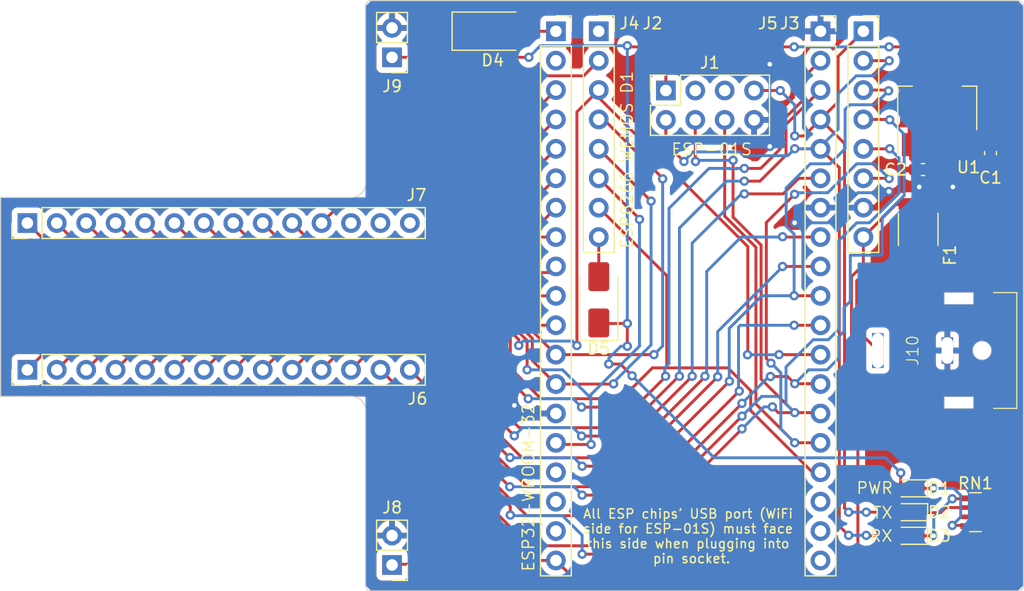
<source format=kicad_pcb>
(kicad_pcb (version 20221018) (generator pcbnew)
  (title_block (title "ESP Breadboard Expander") (date "2023-12-15") (rev "v1.0") (company "BroTech Industries, LLC"))
  (layers (0 "F.Cu" signal) (31 "B.Cu" signal) (34 "B.Paste" user) (35 "F.Paste" user) (36 "B.SilkS" user "B.Silkscreen") (37 "F.SilkS" user "F.Silkscreen") (38 "B.Mask" user) (39 "F.Mask" user) (44 "Edge.Cuts" user))
  (net 0 "")
  (net 1 "+5V")
  (net 2 "GND")
  (net 3 "+3.3V")
  (net 4 "Net-(D1-K)")
  (net 5 "Net-(D2-K)")
  (net 6 "/TX")
  (net 7 "Net-(D3-K)")
  (net 8 "/RX")
  (net 9 "Net-(D4-A)")
  (net 10 "Net-(D5-A)")
  (net 11 "Net-(F1-Pad1)")
  (net 12 "/IO0")
  (net 13 "/IO2")
  (net 15 "/ADC0")
  (net 16 "/IO16")
  (net 17 "/IO14")
  (net 18 "/IO12")
  (net 19 "/IO13")
  (net 20 "/IO15")
  (net 21 "/IO5")
  (net 22 "/IO4")
  (net 24 "/IO36")
  (net 25 "/IO39")
  (net 26 "/IO34")
  (net 27 "/IO35")
  (net 28 "/IO32")
  (net 29 "/IO33")
  (net 30 "/IO25")
  (net 31 "/IO26")
  (net 32 "/IO27")
  (net 36 "/IO23")
  (net 37 "/IO22")
  (net 38 "/IO21")
  (net 39 "/IO19")
  (net 40 "/IO18")
  (net 41 "/IO17")
  (footprint "LED_SMD:LED_0603_1608Metric" (layer "F.Cu") (at 118.5375 87.2 180)
    (fp_text reference "D2")
    (fp_text value "Green" hide)
  )
  (footprint "Adam_Custom_Footprints:PinHeader_1x14_P2.54mm_Vertical_UpSideDown" (layer "F.Cu") (at 42.31 62.22 90)
    (fp_text reference "J7")
    (fp_text value "Conn_01x14_Pin" hide)
  )
  (footprint "Capacitor_SMD:C_0603_1608Metric" (layer "F.Cu") (at 125.45 56.175 -90)
    (fp_text reference "C1")
    (fp_text value "10uF" hide)
  )
  (footprint "Adam_Custom_Footprints:DC_Power_Jack_PJ-063BH" (layer "F.Cu") (at 110.7225 73.23 90)
    (fp_text reference "J10")
    (fp_text value "PJ-063BH")
    (fp_rect (start -4 13.25) (end -5 10.75) (stroke (width 0.05)) (fill none) (layer "Edge.Cuts"))
    (fp_rect (start 5 13.25) (end 4 10.75) (stroke (width 0.05)) (fill none) (layer "Edge.Cuts"))
    (fp_circle (center 0 14) (end -0.8 14) (stroke (width 0.05)) (fill none) (layer "Edge.Cuts"))
  )
  (footprint "Diode_SMD:D_SMA" (layer "F.Cu") (at 91.635 68.85 90)
    (fp_text reference "D5")
    (fp_text value "D_Small" hide)
  )
  (footprint "LED_SMD:LED_0603_1608Metric" (layer "F.Cu") (at 118.5375 85.14 180)
    (fp_text reference "D1")
    (fp_text value "Red" hide)
  )
  (footprint "LED_SMD:LED_0603_1608Metric" (layer "F.Cu") (at 118.5375 89.24 180)
    (fp_text reference "D3")
    (fp_text value "Blue" hide)
  )
  (footprint "Connector_PinSocket_2.54mm:PinSocket_1x08_P2.54mm_Vertical" (layer "F.Cu") (at 114.475 45.65)
    (fp_text reference "J3")
    (fp_text value "Conn_01x08_Socket" hide)
  )
  (footprint "Adam_Custom_Footprints:PinHeader_1x02_P2.54mm_Vertical_UpSideDown" (layer "F.Cu") (at 73.79 91.76 180)
    (fp_text reference "J8")
    (fp_text value "Conn_01x02_Pin" hide)
  )
  (footprint "Connector_PinSocket_2.54mm:PinSocket_2x04_P2.54mm_Vertical" (layer "F.Cu") (at 97.425 50.77 90)
    (fp_text reference "J1")
    (fp_text value "Conn_02x04_Odd_Even" hide)
  )
  (footprint "Connector_PinSocket_2.54mm:PinSocket_1x19_P2.54mm_Vertical" (layer "F.Cu") (at 87.935 45.65)
    (fp_text reference "J4")
    (fp_text value "Conn_01x19_Socket" hide)
  )
  (footprint "Adam_Custom_Footprints:Fuse_1812_4532Metric" (layer "F.Cu") (at 119.21 62.7625 90)
    (fp_text reference "F1")
    (fp_text value "Polyfuse 30V 1A" hide)
  )
  (footprint "Connector_PinSocket_2.54mm:PinSocket_1x19_P2.54mm_Vertical" (layer "F.Cu") (at 110.775 45.65)
    (fp_text reference "J5")
    (fp_text value "Conn_01x19_Socket" hide)
  )
  (footprint "Resistor_SMD:R_Array_Convex_4x0603" (layer "F.Cu") (at 124.15 87.2 180)
    (fp_text reference "RN1")
    (fp_text value "1K (4x)" hide)
  )
  (footprint "Connector_PinSocket_2.54mm:PinSocket_1x08_P2.54mm_Vertical" (layer "F.Cu") (at 91.635 45.65)
    (fp_text reference "J2")
    (fp_text value "Conn_01x08_Socket" hide)
  )
  (footprint "Adam_Custom_Footprints:PinHeader_1x14_P2.54mm_Vertical_UpSideDown" (layer "F.Cu") (at 42.31 74.9 90)
    (fp_text reference "J6")
    (fp_text value "Conn_01x14_Pin" hide)
  )
  (footprint "Diode_SMD:D_SMA" (layer "F.Cu") (at 82.485 45.64)
    (fp_text reference "D4")
    (fp_text value "D_Small" hide)
  )
  (footprint "Package_TO_SOT_SMD:SOT-223-3_TabPin2" (layer "F.Cu") (at 120.85 52.3 90)
    (fp_text reference "U1")
    (fp_text value "AMS1117-3.3" hide)
  )
  (footprint "Capacitor_SMD:C_0603_1608Metric" (layer "F.Cu") (at 119.625 57.6 180)
    (fp_text reference "C2")
    (fp_text value "10uF" hide)
  )
  (footprint "Adam_Custom_Footprints:PinHeader_1x02_P2.54mm_Vertical_UpSideDown" (layer "F.Cu") (at 73.79 47.9 180)
    (fp_text reference "J9")
    (fp_text value "Conn_01x02_Pin" hide)
  )
  (gr_line (start 70.3 77.2) (end 40 77.2) (stroke (width 0.1)) (layer "Edge.Cuts"))
  (gr_arc (start 70.3 77.2) (mid 71.148528 77.551472) (end 71.5 78.4) (stroke (width 0.1)) (layer "Edge.Cuts"))
  (gr_line (start 70.3 60) (end 40 60) (stroke (width 0.1)) (layer "Edge.Cuts"))
  (gr_line (start 128.3 93.5) (end 128.3 43.5) (stroke (width 0.1)) (layer "Edge.Cuts"))
  (gr_line (start 71.5 78.4) (end 71.5 93.5) (stroke (width 0.1)) (layer "Edge.Cuts"))
  (gr_line (start 71.5 43.5) (end 71.5 58.8) (stroke (width 0.1)) (layer "Edge.Cuts"))
  (gr_arc (start 71.5 43.5) (mid 71.646447 43.146447) (end 72 43) (stroke (width 0.1)) (layer "Edge.Cuts"))
  (gr_line (start 72 43) (end 127.8 43) (stroke (width 0.1)) (layer "Edge.Cuts"))
  (gr_arc (start 71.5 58.8) (mid 71.148528 59.648528) (end 70.3 60) (stroke (width 0.1)) (layer "Edge.Cuts"))
  (gr_arc (start 127.8 43) (mid 128.153553 43.146447) (end 128.3 43.5) (stroke (width 0.1)) (layer "Edge.Cuts"))
  (gr_arc (start 128.3 93.5) (mid 128.153553 93.853553) (end 127.8 94) (stroke (width 0.1)) (layer "Edge.Cuts"))
  (gr_line (start 40 60) (end 40 77.2) (stroke (width 0.1)) (layer "Edge.Cuts"))
  (gr_arc (start 72 94) (mid 71.646447 93.853553) (end 71.5 93.5) (stroke (width 0.1)) (layer "Edge.Cuts"))
  (gr_line (start 72 94) (end 127.8 94) (stroke (width 0.1)) (layer "Edge.Cuts"))
  (gr_text "ESP-01S" (at 97.825 56.44) (layer "F.SilkS") (effects (font (size 1 1) (thickness 0.125)) (justify left bottom)))
  (gr_text "TX" (at 115.2 87.83) (layer "F.SilkS") (effects (font (size 1 1) (thickness 0.125)) (justify left bottom)))
  (gr_text "RX" (at 114.95 89.84) (layer "F.SilkS") (effects (font (size 1 1) (thickness 0.125)) (justify left bottom)))
  (gr_text "PWR" (at 113.8 85.7) (layer "F.SilkS") (effects (font (size 1 1) (thickness 0.125)) (justify left bottom)))
  (gr_text "ESP8266 WEMOS D1" (at 94.65 64.5 90) (layer "F.SilkS") (effects (font (size 1 1) (thickness 0.125)) (justify left bottom)))
  (gr_text "ESP32-WROOM-32" (at 86.15 92.4 90) (layer "F.SilkS") (effects (font (size 1 1) (thickness 0.125)) (justify left bottom)))
  (gr_text "All ESP chips' USB port (WiFi \nside for ESP-01S) must face \nthis side when plugging into \npin socket." (at 99.65 91.67) (layer "F.SilkS") (effects (font (size 0.8 0.8) (thickness 0.125)) (justify bottom)))
  (segment (start 89.965 93.4) (end 87.935 91.37) (width 0.25) (layer "F.Cu") (net 1))
  (segment (start 114 91.5) (end 112.1 93.4) (width 0.25) (layer "F.Cu") (net 1))
  (segment (start 114 72.375386) (end 114 91.5) (width 0.25) (layer "F.Cu") (net 1))
  (segment (start 113.45 66.85) (end 113.45 71.825386) (width 0.25) (layer "F.Cu") (net 1))
  (segment (start 123.15 56.685) (end 123.15 55.45) (width 0.25) (layer "F.Cu") (net 1))
  (segment (start 125.4 55.45) (end 125.45 55.5) (width 0.25) (layer "F.Cu") (net 1))
  (segment (start 123.15 55.45) (end 125.4 55.45) (width 0.25) (layer "F.Cu") (net 1))
  (segment (start 112.1 93.4) (end 89.965 93.4) (width 0.25) (layer "F.Cu") (net 1))
  (segment (start 114.475 63.43) (end 117.28 60.625) (width 0.25) (layer "F.Cu") (net 1))
  (segment (start 73.85 91.7) (end 73.79 91.76) (width 0.25) (layer "F.Cu") (net 1))
  (segment (start 86.03 91.37) (end 85.7 91.7) (width 0.25) (layer "F.Cu") (net 1))
  (segment (start 114.475 63.43) (end 114.475 65.825) (width 0.25) (layer "F.Cu") (net 1))
  (segment (start 117.28 60.625) (end 119.21 60.625) (width 0.25) (layer "F.Cu") (net 1))
  (segment (start 114.475 65.825) (end 113.45 66.85) (width 0.25) (layer "F.Cu") (net 1))
  (segment (start 119.21 60.625) (end 123.15 56.685) (width 0.25) (layer "F.Cu") (net 1))
  (segment (start 125.4 55.45) (end 125.45 55.4) (width 0.25) (layer "F.Cu") (net 1))
  (segment (start 113.45 71.825386) (end 114 72.375386) (width 0.25) (layer "F.Cu") (net 1))
  (segment (start 87.935 91.37) (end 86.03 91.37) (width 0.25) (layer "F.Cu") (net 1))
  (segment (start 85.7 91.7) (end 73.85 91.7) (width 0.25) (layer "F.Cu") (net 1))
  (segment (start 118.55 56.675) (end 118.85 56.975) (width 0.25) (layer "F.Cu") (net 2))
  (segment (start 84.35 77.97) (end 85.05 78.67) (width 0.25) (layer "F.Cu") (net 2))
  (segment (start 116.687701 59.512299) (end 116.687701 59.487701) (width 0.25) (layer "F.Cu") (net 2))
  (segment (start 108.543351 62.193448) (end 108.543351 61.456649) (width 0.25) (layer "F.Cu") (net 2))
  (segment (start 118.85 56.975) (end 118.85 57.6) (width 0.25) (layer "F.Cu") (net 2))
  (segment (start 118.85 58.55) (end 118.85 58.65) (width 0.25) (layer "F.Cu") (net 2))
  (segment (start 118.55 55.45) (end 118.55 56.675) (width 0.25) (layer "F.Cu") (net 2))
  (segment (start 85.05 78.67) (end 87.935 78.67) (width 0.25) (layer "F.Cu") (net 2))
  (segment (start 114.475 60.89) (end 115.31 60.89) (width 0.25) (layer "F.Cu") (net 2))
  (segment (start 115.31 60.89) (end 116.687701 59.512299) (width 0.25) (layer "F.Cu") (net 2))
  (segment (start 118.85 58.65) (end 119.3 59.1) (width 0.25) (layer "F.Cu") (net 2))
  (segment (start 108.543351 61.456649) (end 109.11 60.89) (width 0.25) (layer "F.Cu") (net 2))
  (segment (start 109.11 60.89) (end 110.775 60.89) (width 0.25) (layer "F.Cu") (net 2))
  (segment (start 118.85 58.65) (end 118.012299 59.487701) (width 0.25) (layer "F.Cu") (net 2))
  (segment (start 118.012299 59.487701) (end 116.687701 59.487701) (width 0.25) (layer "F.Cu") (net 2))
  (segment (start 118.85 57.6) (end 118.85 58.55) (width 0.25) (layer "F.Cu") (net 2))
  (via (at 122.2 59.1) (size 0.8) (drill 0.4) (layers "F.Cu" "B.Cu") (net 2))
  (via (at 119.3 59.1) (size 0.8) (drill 0.4) (layers "F.Cu" "B.Cu") (net 2))
  (via (at 106.4 48.5) (size 0.8) (drill 0.4) (layers "F.Cu" "B.Cu") (net 2))
  (via (at 116.687701 59.487701) (size 0.8) (drill 0.4) (layers "F.Cu" "B.Cu") (net 2))
  (via (at 84.35 77.97) (size 0.8) (drill 0.4) (layers "F.Cu" "B.Cu") (net 2))
  (via (at 108.543351 62.193448) (size 0.8) (drill 0.4) (layers "F.Cu" "B.Cu") (net 2))
  (via (at 106.4 55.6) (size 0.8) (drill 0.4) (layers "F.Cu" "B.Cu") (net 2))
  (segment (start 111.4 62.2) (end 108.549903 62.2) (width 0.25) (layer "B.Cu") (net 2))
  (segment (start 119.3 59.1) (end 122.2 59.1) (width 0.25) (layer "B.Cu") (net 2))
  (segment (start 116.687701 59.487701) (end 116.575402 59.6) (width 0.25) (layer "B.Cu") (net 2))
  (segment (start 116.575402 59.6) (end 114 59.6) (width 0.25) (layer "B.Cu") (net 2))
  (segment (start 114 59.6) (end 111.4 62.2) (width 0.25) (layer "B.Cu") (net 2))
  (segment (start 108.549903 62.2) (end 108.543351 62.193448) (width 0.25) (layer "B.Cu") (net 2))
  (segment (start 106.4 55.6) (end 106.4 48.5) (width 0.25) (layer "B.Cu") (net 2))
  (segment (start 97.425 49.09) (end 97.425 47) (width 0.25) (layer "F.Cu") (net 3))
  (segment (start 93.5 74.4) (end 94.512299 75.412299) (width 0.25) (layer "F.Cu") (net 3))
  (segment (start 120.85 47.75) (end 120.85 49.15) (width 0.25) (layer "F.Cu") (net 3))
  (segment (start 92.5 74.4) (end 93.5 74.4) (width 0.25) (layer "F.Cu") (net 3))
  (segment (start 120.85 56.55) (end 120.85 55.45) (width 0.25) (layer "F.Cu") (net 3))
  (segment (start 78.2 47.9) (end 80.46 45.64) (width 0.25) (layer "F.Cu") (net 3))
  (segment (start 80.46 45.64) (end 80.485 45.64) (width 0.25) (layer "F.Cu") (net 3))
  (segment (start 117.7 83.8) (end 117.7 85.09) (width 0.25) (layer "F.Cu") (net 3))
  (segment (start 85.6 47.9) (end 82.745 47.9) (width 0.25) (layer "F.Cu") (net 3))
  (segment (start 120.4 57) (end 120.85 56.55) (width 0.25) (layer "F.Cu") (net 3))
  (segment (start 120.4 57.6) (end 120.4 57) (width 0.25) (layer "F.Cu") (net 3))
  (segment (start 108.5 47) (end 97.425 47) (width 0.25) (layer "F.Cu") (net 3))
  (segment (start 94.2 47) (end 97.425 47) (width 0.25) (layer "F.Cu") (net 3))
  (segment (start 94.1 70.9) (end 94.1 72.8655) (width 0.25) (layer "F.Cu") (net 3))
  (segment (start 91.685 70.9) (end 91.635 70.85) (width 0.25) (layer "F.Cu") (net 3))
  (segment (start 117.7 85.09) (end 117.75 85.14) (width 0.25) (layer "F.Cu") (net 3))
  (segment (start 97.425 47.6) (end 97.425 49.09) (width 0.25) (layer "F.Cu") (net 3))
  (segment (start 120.1 47) (end 116.7 47) (width 0.25) (layer "F.Cu") (net 3))
  (segment (start 120.85 47.75) (end 120.1 47) (width 0.25) (layer "F.Cu") (net 3))
  (segment (start 73.79 47.9) (end 78.2 47.9) (width 0.25) (layer "F.Cu") (net 3))
  (segment (start 94.1 46.9) (end 94.2 47) (width 0.25) (layer "F.Cu") (net 3))
  (segment (start 82.745 47.9) (end 80.485 45.64) (width 0.25) (layer "F.Cu") (net 3))
  (segment (start 120.85 55.45) (end 120.85 49.15) (width 0.25) (layer "F.Cu") (net 3))
  (segment (start 97.425 47.6) (end 97.425 47.575) (width 0.25) (layer "F.Cu") (net 3))
  (segment (start 97.425 49.09) (end 97.425 50.77) (width 0.25) (layer "F.Cu") (net 3))
  (segment (start 94.1 70.9) (end 91.685 70.9) (width 0.25) (layer "F.Cu") (net 3))
  (via (at 117.7 83.8) (size 0.8) (drill 0.4) (layers "F.Cu" "B.Cu") (net 3))
  (via (at 94.512299 75.412299) (size 0.8) (drill 0.4) (layers "F.Cu" "B.Cu") (net 3))
  (via (at 85.6 47.9) (size 0.8) (drill 0.4) (layers "F.Cu" "B.Cu") (net 3))
  (via (at 94.1 46.9) (size 0.8) (drill 0.4) (layers "F.Cu" "B.Cu") (net 3))
  (via (at 116.7 47) (size 0.8) (drill 0.4) (layers "F.Cu" "B.Cu") (net 3))
  (via (at 92.5 74.4) (size 0.8) (drill 0.4) (layers "F.Cu" "B.Cu") (net 3))
  (via (at 94.1 70.9) (size 0.8) (drill 0.4) (layers "F.Cu" "B.Cu") (net 3))
  (via (at 94.1 72.8655) (size 0.8) (drill 0.4) (layers "F.Cu" "B.Cu") (net 3))
  (via (at 108.5 47) (size 0.8) (drill 0.4) (layers "F.Cu" "B.Cu") (net 3))
  (segment (start 116.4 82.5) (end 117.7 83.8) (width 0.25) (layer "B.Cu") (net 3))
  (segment (start 93.5345 72.8655) (end 94.1 72.8655) (width 0.25) (layer "B.Cu") (net 3))
  (segment (start 94.1 46.9) (end 86.6 46.9) (width 0.25) (layer "B.Cu") (net 3))
  (segment (start 94.1 46.9) (end 94.1 70.9) (width 0.25) (layer "B.Cu") (net 3))
  (segment (start 101.6 82.5) (end 116.4 82.5) (width 0.25) (layer "B.Cu") (net 3))
  (segment (start 116.7 47) (end 108.5 47) (width 0.25) (layer "B.Cu") (net 3))
  (segment (start 92.5 74.4) (end 92.5 73.9) (width 0.25) (layer "B.Cu") (net 3))
  (segment (start 92.5 73.9) (end 93.5345 72.8655) (width 0.25) (layer "B.Cu") (net 3))
  (segment (start 86.6 46.9) (end 85.6 47.9) (width 0.25) (layer "B.Cu") (net 3))
  (segment (start 94.512299 75.412299) (end 101.6 82.5) (width 0.25) (layer "B.Cu") (net 3))
  (segment (start 123.19 88.34) (end 123.25 88.4) (width 0.25) (layer "F.Cu") (net 4))
  (segment (start 122.15 88.34) (end 123.19 88.34) (width 0.25) (layer "F.Cu") (net 4))
  (segment (start 119.325 85.14) (end 120.55 85.14) (width 0.25) (layer "F.Cu") (net 4))
  (via (at 120.55 85.14) (size 0.8) (drill 0.4) (layers "F.Cu" "B.Cu") (net 4))
  (via (at 122.15 88.34) (size 0.8) (drill 0.4) (layers "F.Cu" "B.Cu") (net 4))
  (segment (start 122.875 87.615) (end 122.15 88.34) (width 0.25) (layer "B.Cu") (net 4))
  (segment (start 122.275305 85.14) (end 122.875 85.739695) (width 0.25) (layer "B.Cu") (net 4))
  (segment (start 122.875 85.739695) (end 122.875 87.615) (width 0.25) (layer "B.Cu") (net 4))
  (segment (start 120.55 85.14) (end 122.275305 85.14) (width 0.25) (layer "B.Cu") (net 4))
  (segment (start 121.59 86.8) (end 123.25 86.8) (width 0.25) (layer "F.Cu") (net 5))
  (segment (start 119.325 87.2) (end 119.365 87.24) (width 0.25) (layer "F.Cu") (net 5))
  (segment (start 119.365 87.24) (end 121.15 87.24) (width 0.25) (layer "F.Cu") (net 5))
  (segment (start 121.15 87.24) (end 121.59 86.8) (width 0.25) (layer "F.Cu") (net 5))
  (segment (start 112.85 55.345) (end 110.775 53.27) (width 0.25) (layer "F.Cu") (net 6))
  (segment (start 109.345 54.7) (end 110.775 53.27) (width 0.25) (layer "F.Cu") (net 6))
  (segment (start 114.7245 87.2) (end 117.75 87.2) (width 0.25) (layer "F.Cu") (net 6))
  (segment (start 114.475 45.65) (end 112.3 47.825) (width 0.25) (layer "F.Cu") (net 6))
  (segment (start 112.3 51.745) (end 110.775 53.27) (width 0.25) (layer "F.Cu") (net 6))
  (segment (start 107.3 50.77) (end 105.045 50.77) (width 0.25) (layer "F.Cu") (net 6))
  (segment (start 113.2 87.2) (end 112.85 86.85) (width 0.25) (layer "F.Cu") (net 6))
  (segment (start 108.55 54.7) (end 109.345 54.7) (width 0.25) (layer "F.Cu") (net 6))
  (segment (start 112.3 47.825) (end 112.3 51.745) (width 0.25) (layer "F.Cu") (net 6))
  (segment (start 112.85 86.85) (end 112.85 55.345) (width 0.25) (layer "F.Cu") (net 6))
  (via (at 107.3 50.77) (size 0.8) (drill 0.4) (layers "F.Cu" "B.Cu") (net 6))
  (via (at 114.7245 87.2) (size 0.8) (drill 0.4) (layers "F.Cu" "B.Cu") (net 6))
  (via (at 108.55 54.7) (size 0.8) (drill 0.4) (layers "F.Cu" "B.Cu") (net 6))
  (via (at 113.2 87.2) (size 0.8) (drill 0.4) (layers "F.Cu" "B.Cu") (net 6))
  (segment (start 108.55 52.02) (end 107.3 50.77) (width 0.25) (layer "B.Cu") (net 6))
  (segment (start 108.55 54.7) (end 108.55 52.02) (width 0.25) (layer "B.Cu") (net 6))
  (segment (start 113.2 87.2) (end 114.7245 87.2) (width 0.25) (layer "B.Cu") (net 6))
  (segment (start 122.15 86.04) (end 123.21 86.04) (width 0.25) (layer "F.Cu") (net 7))
  (segment (start 119.325 89.24) (end 120.55 89.24) (width 0.25) (layer "F.Cu") (net 7))
  (segment (start 123.21 86.04) (end 123.25 86) (width 0.25) (layer "F.Cu") (net 7))
  (via (at 122.15 86.04) (size 0.8) (drill 0.4) (layers "F.Cu" "B.Cu") (net 7))
  (via (at 120.55 89.24) (size 0.8) (drill 0.4) (layers "F.Cu" "B.Cu") (net 7))
  (segment (start 120.55 87.64) (end 122.15 86.04) (width 0.25) (layer "B.Cu") (net 7))
  (segment (start 120.55 89.24) (end 120.55 87.64) (width 0.25) (layer "B.Cu") (net 7))
  (segment (start 112.4 88.4) (end 112.4 57.435) (width 0.25) (layer "F.Cu") (net 8))
  (segment (start 98.987796 56.9) (end 97.425 55.337204) (width 0.25) (layer "F.Cu") (net 8))
  (segment (start 116.69 48.19) (end 116.7 48.2) (width 0.25) (layer "F.Cu") (net 8))
  (segment (start 108.55 55.8) (end 108.56 55.81) (width 0.25) (layer "F.Cu") (net 8))
  (segment (start 108.56 55.81) (end 110.775 55.81) (width 0.25) (layer "F.Cu") (net 8))
  (segment (start 112.4 57.435) (end 110.775 55.81) (width 0.25) (layer "F.Cu") (net 8))
  (segment (start 114.7645 89.24) (end 117.75 89.24) (width 0.25) (layer "F.Cu") (net 8))
  (segment (start 97.425 55.337204) (end 97.425 53.31) (width 0.25) (layer "F.Cu") (net 8))
  (segment (start 113.2 89.2) (end 112.4 88.4) (width 0.25) (layer "F.Cu") (net 8))
  (segment (start 114.475 48.19) (end 116.69 48.19) (width 0.25) (layer "F.Cu") (net 8))
  (segment (start 114.7245 89.2) (end 114.7645 89.24) (width 0.25) (layer "F.Cu") (net 8))
  (via (at 98.987796 56.9) (size 0.8) (drill 0.4) (layers "F.Cu" "B.Cu") (net 8))
  (via (at 116.7 48.2) (size 0.8) (drill 0.4) (layers "F.Cu" "B.Cu") (net 8))
  (via (at 114.7245 89.2) (size 0.8) (drill 0.4) (layers "F.Cu" "B.Cu") (net 8))
  (via (at 113.2 89.2) (size 0.8) (drill 0.4) (layers "F.Cu" "B.Cu") (net 8))
  (via (at 108.55 55.8) (size 0.8) (drill 0.4) (layers "F.Cu" "B.Cu") (net 8))
  (segment (start 112.3 51.056701) (end 112.3 54.1) (width 0.25) (layer "B.Cu") (net 8))
  (segment (start 104.125305 56.4) (end 107.95 56.4) (width 0.25) (layer "B.Cu") (net 8))
  (segment (start 113.856701 49.5) (end 112.3 51.056701) (width 0.25) (layer "B.Cu") (net 8))
  (segment (start 99.262299 56.599695) (end 99.786994 56.075) (width 0.25) (layer "B.Cu") (net 8))
  (segment (start 115.4 49.5) (end 113.856701 49.5) (width 0.25) (layer "B.Cu") (net 8))
  (segment (start 112.3 54.1) (end 110.6 55.8) (width 0.25) (layer "B.Cu") (net 8))
  (segment (start 98.987796 56.9) (end 99.262299 56.625497) (width 0.25) (layer "B.Cu") (net 8))
  (segment (start 113.2 89.2) (end 114.7245 89.2) (width 0.25) (layer "B.Cu") (net 8))
  (segment (start 99.786994 56.075) (end 103.800305 56.075) (width 0.25) (layer "B.Cu") (net 8))
  (segment (start 116.7 48.2) (end 115.4 49.5) (width 0.25) (layer "B.Cu") (net 8))
  (segment (start 99.262299 56.625497) (end 99.262299 56.599695) (width 0.25) (layer "B.Cu") (net 8))
  (segment (start 110.6 55.8) (end 108.55 55.8) (width 0.25) (layer "B.Cu") (net 8))
  (segment (start 103.800305 56.075) (end 104.125305 56.4) (width 0.25) (layer "B.Cu") (net 8))
  (segment (start 107.95 56.4) (end 108.55 55.8) (width 0.25) (layer "B.Cu") (net 8))
  (segment (start 87.935 45.65) (end 84.495 45.65) (width 0.25) (layer "F.Cu") (net 9))
  (segment (start 84.495 45.65) (end 84.485 45.64) (width 0.25) (layer "F.Cu") (net 9))
  (segment (start 91.635 63.43) (end 91.635 66.85) (width 0.25) (layer "F.Cu") (net 10))
  (segment (start 114.4 66.7) (end 113.9 67.2) (width 0.25) (layer "F.Cu") (net 11))
  (segment (start 113.9 67.2) (end 113.9 71.4075) (width 0.25) (layer "F.Cu") (net 11))
  (segment (start 119.21 64.9) (end 119.21 64.94) (width 0.25) (layer "F.Cu") (net 11))
  (segment (start 119.21 64.9) (end 119.21 65.99) (width 0.25) (layer "F.Cu") (net 11))
  (segment (start 115.49681 73.2358) (end 115.5993 73.2358) (width 0.25) (layer "F.Cu") (net 11))
  (segment (start 119.21 65.99) (end 118.5 66.7) (width 0.25) (layer "F.Cu") (net 11))
  (segment (start 113.9 71.4075) (end 115.7225 73.23) (width 0.25) (layer "F.Cu") (net 11))
  (segment (start 118.5 66.7) (end 114.4 66.7) (width 0.25) (layer "F.Cu") (net 11))
  (segment (start 103.229 61.706208) (end 105.65 64.127208) (width 0.25) (layer "F.Cu") (net 12))
  (segment (start 99.987299 56.9) (end 99.965 56.877701) (width 0.25) (layer "F.Cu") (net 12))
  (segment (start 110.805 78.7) (end 110.775 78.67) (width 0.25) (layer "F.Cu") (net 12))
  (segment (start 106.6255 78.1) (end 107.1255 78.6) (width 0.25) (layer "F.Cu") (net 12))
  (segment (start 79.9 82.611701) (end 79.9 78.05) (width 0.25) (layer "F.Cu") (net 12))
  (segment (start 99.965 56.877701) (end 99.965 53.31) (width 0.25) (layer "F.Cu") (net 12))
  (segment (start 110.705 78.6) (end 110.775 78.67) (width 0.25) (layer "F.Cu") (net 12))
  (segment (start 93.1755 90.8245) (end 90.2 90.8245) (width 0.25) (layer "F.Cu") (net 12))
  (segment (start 79.9 78.05) (end 78.35 76.5) (width 0.25) (layer "F.Cu") (net 12))
  (segment (start 116.74 55.81) (end 116.75 55.8) (width 0.25) (layer "F.Cu") (net 12))
  (segment (start 104 80) (end 93.1755 90.8245) (width 0.25) (layer "F.Cu") (net 12))
  (segment (start 107.1255 78.6) (end 108.55 78.6) (width 0.25) (layer "F.Cu") (net 12))
  (segment (start 83.999647 87.450353) (end 83.999647 86.711348) (width 0.25) (layer "F.Cu") (net 12))
  (segment (start 83.999647 86.711348) (end 79.9 82.611701) (width 0.25) (layer "F.Cu") (net 12))
  (segment (start 76.93 76.5) (end 75.33 74.9) (width 0.25) (layer "F.Cu") (net 12))
  (segment (start 78.35 76.5) (end 76.93 76.5) (width 0.25) (layer "F.Cu") (net 12))
  (segment (start 103.229 56.8) (end 103.229 61.706208) (width 0.25) (layer "F.Cu") (net 12))
  (segment (start 114.475 55.81) (end 116.74 55.81) (width 0.25) (layer "F.Cu") (net 12))
  (segment (start 105.65 64.127208) (end 105.65 75.7) (width 0.25) (layer "F.Cu") (net 12))
  (segment (start 108.55 78.6) (end 110.705 78.6) (width 0.25) (layer "F.Cu") (net 12))
  (segment (start 105.65 75.7) (end 108.55 78.6) (width 0.25) (layer "F.Cu") (net 12))
  (via (at 99.987299 56.9) (size 0.8) (drill 0.4) (layers "F.Cu" "B.Cu") (net 12))
  (via (at 90.2 90.8245) (size 0.8) (drill 0.4) (layers "F.Cu" "B.Cu") (net 12))
  (via (at 108.55 78.6) (size 0.8) (drill 0.4) (layers "F.Cu" "B.Cu") (net 12))
  (via (at 104 80) (size 0.8) (drill 0.4) (layers "F.Cu" "B.Cu") (net 12))
  (via (at 83.999647 87.450353) (size 0.8) (drill 0.4) (layers "F.Cu" "B.Cu") (net 12))
  (via (at 116.75 55.8) (size 0.8) (drill 0.4) (layers "F.Cu" "B.Cu") (net 12))
  (via (at 103.229 56.8) (size 0.8) (drill 0.4) (layers "F.Cu" "B.Cu") (net 12))
  (via (at 106.6255 78.1) (size 0.8) (drill 0.4) (layers "F.Cu" "B.Cu") (net 12))
  (segment (start 110.15 72.3) (end 107.8 74.65) (width 0.25) (layer "B.Cu") (net 12))
  (segment (start 88.5 87.5) (end 84.049294 87.5) (width 0.25) (layer "B.Cu") (net 12))
  (segment (start 107.8 74.65) (end 107.8 77.85) (width 0.25) (layer "B.Cu") (net 12))
  (segment (start 117.55 59.65) (end 115 62.2) (width 0.25) (layer "B.Cu") (net 12))
  (segment (start 99.987299 56.9) (end 100.087299 56.8) (width 0.25) (layer "B.Cu") (net 12))
  (segment (start 117.55 56.6) (end 117.55 59.65) (width 0.25) (layer "B.Cu") (net 12))
  (segment (start 112.35 63.75) (end 112.35 71.4) (width 0.25) (layer "B.Cu") (net 12))
  (segment (start 90.2 90.8245) (end 90.2 89.2) (width 0.25) (layer "B.Cu") (net 12))
  (segment (start 115 62.2) (end 113.9 62.2) (width 0.25) (layer "B.Cu") (net 12))
  (segment (start 104 80) (end 105.9 78.1) (width 0.25) (layer "B.Cu") (net 12))
  (segment (start 107.8 77.85) (end 108.55 78.6) (width 0.25) (layer "B.Cu") (net 12))
  (segment (start 105.9 78.1) (end 106.6255 78.1) (width 0.25) (layer "B.Cu") (net 12))
  (segment (start 100.087299 56.8) (end 103.229 56.8) (width 0.25) (layer "B.Cu") (net 12))
  (segment (start 111.45 72.3) (end 110.15 72.3) (width 0.25) (layer "B.Cu") (net 12))
  (segment (start 112.35 71.4) (end 111.45 72.3) (width 0.25) (layer "B.Cu") (net 12))
  (segment (start 90.2 89.2) (end 88.5 87.5) (width 0.25) (layer "B.Cu") (net 12))
  (segment (start 113.9 62.2) (end 112.35 63.75) (width 0.25) (layer "B.Cu") (net 12))
  (segment (start 84.049294 87.5) (end 83.999647 87.450353) (width 0.25) (layer "B.Cu") (net 12))
  (segment (start 116.75 55.8) (end 117.55 56.6) (width 0.25) (layer "B.Cu") (net 12))
  (segment (start 74.84 76.95) (end 72.79 74.9) (width 0.25) (layer "F.Cu") (net 13))
  (segment (start 102.505 53.31) (end 102.5045 53.3105) (width 0.25) (layer "F.Cu") (net 13))
  (segment (start 79.45 83.925305) (end 79.45 78.236396) (width 0.25) (layer "F.Cu") (net 13))
  (segment (start 106.1 73.92622) (end 106.49828 74.3245) (width 0.25) (layer "F.Cu") (net 13))
  (segment (start 106.1 62.174598) (end 106.1 73.92622) (width 0.25) (layer "F.Cu") (net 13))
  (segment (start 85.624695 90.1) (end 79.45 83.925305) (width 0.25) (layer "F.Cu") (net 13))
  (segment (start 78.163604 76.95) (end 74.84 76.95) (width 0.25) (layer "F.Cu") (net 13))
  (segment (start 105.2 77.849902) (end 108.55 81.199902) (width 0.25) (layer "F.Cu") (net 13))
  (segment (start 104 78.9) (end 92.8 90.1) (width 0.25) (layer "F.Cu") (net 13))
  (segment (start 92.8 90.1) (end 85.624695 90.1) (width 0.25) (layer "F.Cu") (net 13))
  (segment (start 108.55 81.2) (end 110.765 81.2) (width 0.25) (layer "F.Cu") (net 13))
  (segment (start 108.537299 59.737299) (end 106.1 62.174598) (width 0.25) (layer "F.Cu") (net 13))
  (segment (start 79.45 78.236396) (end 78.163604 76.95) (width 0.25) (layer "F.Cu") (net 13))
  (segment (start 110.765 81.2) (end 110.775 81.21) (width 0.25) (layer "F.Cu") (net 13))
  (segment (start 102.5045 53.3105) (end 102.5045 61.618104) (width 0.25) (layer "F.Cu") (net 13))
  (segment (start 105.2 64.313604) (end 105.2 77.849902) (width 0.25) (layer "F.Cu") (net 13))
  (segment (start 108.55 81.199902) (end 108.55 81.2) (width 0.25) (layer "F.Cu") (net 13))
  (segment (start 114.475 58.35) (end 116.674647 58.35) (width 0.25) (layer "F.Cu") (net 13))
  (segment (start 116.674647 58.35) (end 116.7 58.375353) (width 0.25) (layer "F.Cu") (net 13))
  (segment (start 102.5045 61.618104) (end 105.2 64.313604) (width 0.25) (layer "F.Cu") (net 13))
  (via (at 108.537299 59.737299) (size 0.8) (drill 0.4) (layers "F.Cu" "B.Cu") (net 13))
  (via (at 104 78.9) (size 0.8) (drill 0.4) (layers "F.Cu" "B.Cu") (net 13))
  (via (at 106.49828 74.3245) (size 0.8) (drill 0.4) (layers "F.Cu" "B.Cu") (net 13))
  (via (at 116.7 58.375353) (size 0.8) (drill 0.4) (layers "F.Cu" "B.Cu") (net 13))
  (via (at 108.55 81.2) (size 0.8) (drill 0.4) (layers "F.Cu" "B.Cu") (net 13))
  (segment (start 105.7 77.2) (end 107.35 77.2) (width 0.25) (layer "B.Cu") (net 13))
  (segment (start 115.424647 57.1) (end 116.7 58.375353) (width 0.25) (layer "B.Cu") (net 13))
  (segment (start 108.674598 59.6) (end 111.4 59.6) (width 0.25) (layer "B.Cu") (net 13))
  (segment (start 107.35 75.15) (end 107.35 80) (width 0.25) (layer "B.Cu") (net 13))
  (segment (start 108.537299 59.737299) (end 108.674598 59.6) (width 0.25) (layer "B.Cu") (net 13))
  (segment (start 106.49828 74.3245) (end 106.5245 74.3245) (width 0.25) (layer "B.Cu") (net 13))
  (segment (start 111.4 59.6) (end 113.9 57.1) (width 0.25) (layer "B.Cu") (net 13))
  (segment (start 113.9 57.1) (end 115.424647 57.1) (width 0.25) (layer "B.Cu") (net 13))
  (segment (start 106.5245 74.3245) (end 107.35 75.15) (width 0.25) (layer "B.Cu") (net 13))
  (segment (start 104 78.9) (end 105.7 77.2) (width 0.25) (layer "B.Cu") (net 13))
  (segment (start 107.35 80) (end 108.55 81.2) (width 0.25) (layer "B.Cu") (net 13))
  (segment (start 87.1 49.5) (end 76 60.6) (width 0.25) (layer "F.Cu") (net 15))
  (segment (start 76 60.6) (end 69.33 60.6) (width 0.25) (layer "F.Cu") (net 15))
  (segment (start 69.33 60.6) (end 67.71 62.22) (width 0.25) (layer "F.Cu") (net 15))
  (segment (start 87.1 49.5) (end 90.325 49.5) (width 0.25) (layer "F.Cu") (net 15))
  (segment (start 91.635 48.19) (end 90.325 49.5) (width 0.25) (layer "F.Cu") (net 15))
  (segment (start 104.5 64.25) (end 91.635 51.385) (width 0.25) (layer "F.Cu") (net 16))
  (segment (start 107.2 73.59) (end 110.775 73.59) (width 0.25) (layer "F.Cu") (net 16))
  (segment (start 84.7255 72.284688) (end 81.640812 69.2) (width 0.25) (layer "F.Cu") (net 16))
  (segment (start 81.640812 69.2) (end 53.09 69.2) (width 0.25) (layer "F.Cu") (net 16))
  (segment (start 107.199503 73.589503) (end 107.2 73.59) (width 0.25) (layer "F.Cu") (net 16))
  (segment (start 53.09 69.2) (end 47.39 74.9) (width 0.25) (layer "F.Cu") (net 16))
  (segment (start 89.75 52.615) (end 89.75 72.8) (width 0.25) (layer "F.Cu") (net 16))
  (segment (start 84.7255 72.798695) (end 84.7255 72.284688) (width 0.25) (layer "F.Cu") (net 16))
  (segment (start 91.635 51.385) (end 91.635 50.73) (width 0.25) (layer "F.Cu") (net 16))
  (segment (start 104.5 73.5755) (end 104.5 64.25) (width 0.25) (layer "F.Cu") (net 16))
  (segment (start 91.635 50.73) (end 89.75 52.615) (width 0.25) (layer "F.Cu") (net 16))
  (segment (start 104.4755 73.6) (end 104.5 73.5755) (width 0.25) (layer "F.Cu") (net 16))
  (via (at 89.75 72.8) (size 0.8) (drill 0.4) (layers "F.Cu" "B.Cu") (net 16))
  (via (at 107.199503 73.589503) (size 0.8) (drill 0.4) (layers "F.Cu" "B.Cu") (net 16))
  (via (at 84.7255 72.798695) (size 0.8) (drill 0.4) (layers "F.Cu" "B.Cu") (net 16))
  (via (at 104.4755 73.6) (size 0.8) (drill 0.4) (layers "F.Cu" "B.Cu") (net 16))
  (segment (start 89.365 72.415) (end 89.75 72.8) (width 0.25) (layer "B.Cu") (net 16))
  (segment (start 84.7255 72.798695) (end 85.109195 72.415) (width 0.25) (layer "B.Cu") (net 16))
  (segment (start 107.189006 73.6) (end 107.199503 73.589503) (width 0.25) (layer "B.Cu") (net 16))
  (segment (start 85.109195 72.415) (end 89.365 72.415) (width 0.25) (layer "B.Cu") (net 16))
  (segment (start 104.4755 73.6) (end 107.189006 73.6) (width 0.25) (layer "B.Cu") (net 16))
  (segment (start 47.94 67.85) (end 42.31 62.22) (width 0.25) (layer "F.Cu") (net 17))
  (segment (start 82.2 67.85) (end 47.94 67.85) (width 0.25) (layer "F.Cu") (net 17))
  (segment (start 87.935 73.585) (end 82.2 67.85) (width 0.25) (layer "F.Cu") (net 17))
  (segment (start 96.4 73.59) (end 87.935 73.59) (width 0.25) (layer "F.Cu") (net 17))
  (segment (start 87.935 73.59) (end 87.935 73.585) (width 0.25) (layer "F.Cu") (net 17))
  (segment (start 97.149495 58.349495) (end 92.07 53.27) (width 0.25) (layer "F.Cu") (net 17))
  (segment (start 97.149495 58.400365) (end 97.149495 58.349495) (width 0.25) (layer "F.Cu") (net 17))
  (segment (start 92.07 53.27) (end 91.635 53.27) (width 0.25) (layer "F.Cu") (net 17))
  (via (at 97.149495 58.400365) (size 0.8) (drill 0.4) (layers "F.Cu" "B.Cu") (net 17))
  (via (at 96.4 73.59) (size 0.8) (drill 0.4) (layers "F.Cu" "B.Cu") (net 17))
  (segment (start 97.15 58.40087) (end 97.149495 58.400365) (width 0.25) (layer "B.Cu") (net 17))
  (segment (start 96.4 73.59) (end 97.15 72.84) (width 0.25) (layer "B.Cu") (net 17))
  (segment (start 97.15 72.84) (end 97.15 58.40087) (width 0.25) (layer "B.Cu") (net 17))
  (segment (start 87.935 76.13) (end 85.9 74.095) (width 0.25) (layer "F.Cu") (net 18))
  (segment (start 85.9 72.186396) (end 82.013604 68.3) (width 0.25) (layer "F.Cu") (net 18))
  (segment (start 92.912299 76.112299) (end 92.894598 76.13) (width 0.25) (layer "F.Cu") (net 18))
  (segment (start 92.894598 76.13) (end 87.935 76.13) (width 0.25) (layer "F.Cu") (net 18))
  (segment (start 96.15 60.325) (end 91.635 55.81) (width 0.25) (layer "F.Cu") (net 18))
  (segment (start 82.013604 68.3) (end 48.91 68.3) (width 0.25) (layer "F.Cu") (net 18))
  (segment (start 85.9 74.095) (end 85.9 72.186396) (width 0.25) (layer "F.Cu") (net 18))
  (segment (start 48.91 68.3) (end 42.31 74.9) (width 0.25) (layer "F.Cu") (net 18))
  (via (at 92.912299 76.112299) (size 0.8) (drill 0.4) (layers "F.Cu" "B.Cu") (net 18))
  (via (at 96.15 60.325) (size 0.8) (drill 0.4) (layers "F.Cu" "B.Cu") (net 18))
  (segment (start 96.15 72.75) (end 92.912299 75.987701) (width 0.25) (layer "B.Cu") (net 18))
  (segment (start 96.15 60.325) (end 96.15 72.75) (width 0.25) (layer "B.Cu") (net 18))
  (segment (start 92.912299 75.987701) (end 92.912299 76.112299) (width 0.25) (layer "B.Cu") (net 18))
  (segment (start 51 68.75) (end 44.85 74.9) (width 0.25) (layer "F.Cu") (net 19))
  (segment (start 95.15 61.9) (end 95.15 61.865) (width 0.25) (layer "F.Cu") (net 19))
  (segment (start 88.0745 81.3495) (end 87.935 81.21) (width 0.25) (layer "F.Cu") (net 19))
  (segment (start 95.15 61.865) (end 91.635 58.35) (width 0.25) (layer "F.Cu") (net 19))
  (segment (start 87.935 81.21) (end 87.935 81.184293) (width 0.25) (layer "F.Cu") (net 19))
  (segment (start 90.976289 81.3495) (end 88.0745 81.3495) (width 0.25) (layer "F.Cu") (net 19))
  (segment (start 85.45 72.372792) (end 81.827208 68.75) (width 0.25) (layer "F.Cu") (net 19))
  (segment (start 85.45 74.9) (end 85.45 72.372792) (width 0.25) (layer "F.Cu") (net 19))
  (segment (start 81.827208 68.75) (end 51 68.75) (width 0.25) (layer "F.Cu") (net 19))
  (via (at 95.15 61.9) (size 0.8) (drill 0.4) (layers "F.Cu" "B.Cu") (net 19))
  (via (at 85.45 74.9) (size 0.8) (drill 0.4) (layers "F.Cu" "B.Cu") (net 19))
  (via (at 90.976289 81.3495) (size 0.8) (drill 0.4) (layers "F.Cu" "B.Cu") (net 19))
  (segment (start 95.15 72.85) (end 90.95 77.05) (width 0.25) (layer "B.Cu") (net 19))
  (segment (start 90.95 77.34165) (end 88.50835 74.9) (width 0.25) (layer "B.Cu") (net 19))
  (segment (start 90.95 81.323211) (end 90.95 77.34165) (width 0.25) (layer "B.Cu") (net 19))
  (segment (start 90.976289 81.3495) (end 90.95 81.323211) (width 0.25) (layer "B.Cu") (net 19))
  (segment (start 90.95 77.05) (end 90.95 77.3) (width 0.25) (layer "B.Cu") (net 19))
  (segment (start 95.15 61.9) (end 95.15 72.85) (width 0.25) (layer "B.Cu") (net 19))
  (segment (start 88.50835 74.9) (end 85.45 74.9) (width 0.25) (layer "B.Cu") (net 19))
  (segment (start 55.18 69.65) (end 49.93 74.9) (width 0.25) (layer "F.Cu") (net 20))
  (segment (start 102.780805 74.730805) (end 104.75 76.7) (width 0.25) (layer "F.Cu") (net 20))
  (segment (start 97.5 74.680805) (end 97.45 74.730805) (width 0.25) (layer "F.Cu") (net 20))
  (segment (start 104.75 78.425304) (end 110.074696 83.75) (width 0.25) (layer "F.Cu") (net 20))
  (segment (start 97.5 66.755) (end 97.5 74.680805) (width 0.25) (layer "F.Cu") (net 20))
  (segment (start 97.45 74.730805) (end 102.780805 74.730805) (width 0.25) (layer "F.Cu") (net 20))
  (segment (start 81.454416 69.65) (end 55.18 69.65) (width 0.25) (layer "F.Cu") (net 20))
  (segment (start 104.75 76.7) (end 104.75 78.425304) (width 0.25) (layer "F.Cu") (net 20))
  (segment (start 110.074696 83.75) (end 110.775 83.75) (width 0.25) (layer "F.Cu") (net 20))
  (segment (start 84.0005 74.7505) (end 84.0005 72.196084) (width 0.25) (layer "F.Cu") (net 20))
  (segment (start 91.635 60.89) (end 97.5 66.755) (width 0.25) (layer "F.Cu") (net 20))
  (segment (start 96.269195 74.730805) (end 93.6 77.4) (width 0.25) (layer "F.Cu") (net 20))
  (segment (start 86.65 77.4) (end 84.0005 74.7505) (width 0.25) (layer "F.Cu") (net 20))
  (segment (start 84.0005 72.196084) (end 81.454416 69.65) (width 0.25) (layer "F.Cu") (net 20))
  (segment (start 97.45 74.730805) (end 96.269195 74.730805) (width 0.25) (layer "F.Cu") (net 20))
  (segment (start 93.6 77.4) (end 86.65 77.4) (width 0.25) (layer "F.Cu") (net 20))
  (segment (start 93.8 85) (end 85.467811 85) (width 0.25) (layer "F.Cu") (net 21))
  (segment (start 67.72 72.35) (end 65.17 74.9) (width 0.25) (layer "F.Cu") (net 21))
  (segment (start 108.5 68.5) (end 110.765 68.5) (width 0.25) (layer "F.Cu") (net 21))
  (segment (start 85.467811 85) (end 81.25 80.782189) (width 0.25) (layer "F.Cu") (net 21))
  (segment (start 81.25 73.26396) (end 80.33604 72.35) (width 0.25) (layer "F.Cu") (net 21))
  (segment (start 116.58 50.73) (end 116.65 50.8) (width 0.25) (layer "F.Cu") (net 21))
  (segment (start 114.475 50.73) (end 116.58 50.73) (width 0.25) (layer "F.Cu") (net 21))
  (segment (start 81.25 80.782189) (end 81.25 73.26396) (width 0.25) (layer "F.Cu") (net 21))
  (segment (start 102.912701 75.887299) (end 93.8 85) (width 0.25) (layer "F.Cu") (net 21))
  (segment (start 110.765 68.5) (end 110.775 68.51) (width 0.25) (layer "F.Cu") (net 21))
  (segment (start 80.33604 72.35) (end 67.72 72.35) (width 0.25) (layer "F.Cu") (net 21))
  (via (at 102.912701 75.887299) (size 0.8) (drill 0.4) (layers "F.Cu" "B.Cu") (net 21))
  (via (at 108.5 68.5) (size 0.8) (drill 0.4) (layers "F.Cu" "B.Cu") (net 21))
  (via (at 116.65 50.8) (size 0.8) (drill 0.4) (layers "F.Cu" "B.Cu") (net 21))
  (segment (start 102.9 71.318198) (end 105.718198 68.5) (width 0.25) (layer "B.Cu") (net 21))
  (segment (start 111.6 57.1) (end 112.9 55.8) (width 0.25) (layer "B.Cu") (net 21))
  (segment (start 112.9 52.4) (end 113.3 52) (width 0.25) (layer "B.Cu") (net 21))
  (segment (start 107.812299 62.486994) (end 107.812299 59.187701) (width 0.25) (layer "B.Cu") (net 21))
  (segment (start 115.45 52) (end 116.65 50.8) (width 0.25) (layer "B.Cu") (net 21))
  (segment (start 102.912701 75.887299) (end 102.9 75.874598) (width 0.25) (layer "B.Cu") (net 21))
  (segment (start 107.812299 59.187701) (end 109.9 57.1) (width 0.25) (layer "B.Cu") (net 21))
  (segment (start 102.9 75.874598) (end 102.9 71.318198) (width 0.25) (layer "B.Cu") (net 21))
  (segment (start 108.5 63.174695) (end 107.812299 62.486994) (width 0.25) (layer "B.Cu") (net 21))
  (segment (start 105.718198 68.5) (end 108.5 68.5) (width 0.25) (layer "B.Cu") (net 21))
  (segment (start 113.3 52) (end 115.45 52) (width 0.25) (layer "B.Cu") (net 21))
  (segment (start 109.9 57.1) (end 111.6 57.1) (width 0.25) (layer "B.Cu") (net 21))
  (segment (start 108.5 68.5) (end 108.5 63.174695) (width 0.25) (layer "B.Cu") (net 21))
  (segment (start 112.9 55.8) (end 112.9 52.4) (width 0.25) (layer "B.Cu") (net 21))
  (segment (start 71.9 73.25) (end 70.25 74.9) (width 0.25) (layer "F.Cu") (net 22))
  (segment (start 106.450938 75.476339) (end 107.926339 75.476339) (width 0.25) (layer "F.Cu") (net 22))
  (segment (start 85.424695 87.5) (end 80.35 82.425305) (width 0.25) (layer "F.Cu") (net 22))
  (segment (start 80.35 82.425305) (end 80.35 73.636752) (width 0.25) (layer "F.Cu") (net 22))
  (segment (start 79.963248 73.25) (end 71.9 73.25) (width 0.25) (layer "F.Cu") (net 22))
  (segment (start 108.55 76.1) (end 110.745 76.1) (width 0.25) (layer "F.Cu") (net 22))
  (segment (start 107.926339 75.476339) (end 108.55 76.1) (width 0.25) (layer "F.Cu") (net 22))
  (segment (start 94.3 87.5) (end 85.424695 87.5) (width 0.25) (layer "F.Cu") (net 22))
  (segment (start 80.35 73.636752) (end 79.963248 73.25) (width 0.25) (layer "F.Cu") (net 22))
  (segment (start 104 77.8) (end 94.3 87.5) (width 0.25) (layer "F.Cu") (net 22))
  (segment (start 114.475 53.27) (end 116.72 53.27) (width 0.25) (layer "F.Cu") (net 22))
  (segment (start 110.745 76.1) (end 110.775 76.13) (width 0.25) (layer "F.Cu") (net 22))
  (segment (start 116.72 53.27) (end 116.75 53.3) (width 0.25) (layer "F.Cu") (net 22))
  (via (at 116.75 53.3) (size 0.8) (drill 0.4) (layers "F.Cu" "B.Cu") (net 22))
  (via (at 104 77.8) (size 0.8) (drill 0.4) (layers "F.Cu" "B.Cu") (net 22))
  (via (at 108.55 76.1) (size 0.8) (drill 0.4) (layers "F.Cu" "B.Cu") (net 22))
  (via (at 106.450938 75.476339) (size 0.8) (drill 0.4) (layers "F.Cu" "B.Cu") (net 22))
  (segment (start 108.55 76.1) (end 109.75 74.9) (width 0.25) (layer "B.Cu") (net 22))
  (segment (start 116 65) (end 116.1 64.9) (width 0.25) (layer "B.Cu") (net 22))
  (segment (start 118 59.836396) (end 118 54.55) (width 0.25) (layer "B.Cu") (net 22))
  (segment (start 113.35 68.972792) (end 113.35 65) (width 0.25) (layer "B.Cu") (net 22))
  (segment (start 112.35 73.9) (end 112.35 72.036396) (width 0.25) (layer "B.Cu") (net 22))
  (segment (start 109.75 74.9) (end 111.35 74.9) (width 0.25) (layer "B.Cu") (net 22))
  (segment (start 112.8 69.522792) (end 113.35 68.972792) (width 0.25) (layer "B.Cu") (net 22))
  (segment (start 113.35 65) (end 116 65) (width 0.25) (layer "B.Cu") (net 22))
  (segment (start 118 54.55) (end 116.75 53.3) (width 0.25) (layer "B.Cu") (net 22))
  (segment (start 112.8 71.586396) (end 112.8 69.522792) (width 0.25) (layer "B.Cu") (net 22))
  (segment (start 116.1 64.9) (end 116.1 61.736396) (width 0.25) (layer "B.Cu") (net 22))
  (segment (start 116.1 61.736396) (end 118 59.836396) (width 0.25) (layer "B.Cu") (net 22))
  (segment (start 111.35 74.9) (end 112.35 73.9) (width 0.25) (layer "B.Cu") (net 22))
  (segment (start 104 77.8) (end 106.323661 75.476339) (width 0.25) (layer "B.Cu") (net 22))
  (segment (start 106.323661 75.476339) (end 106.450938 75.476339) (width 0.25) (layer "B.Cu") (net 22))
  (segment (start 112.35 72.036396) (end 112.8 71.586396) (width 0.25) (layer "B.Cu") (net 22))
  (segment (start 85 53.665) (end 85 61.304416) (width 0.25) (layer "F.Cu") (net 24))
  (segment (start 66.75 63.8) (end 65.17 62.22) (width 0.25) (layer "F.Cu") (net 24))
  (segment (start 85 61.304416) (end 82.504416 63.8) (width 0.25) (layer "F.Cu") (net 24))
  (segment (start 82.504416 63.8) (end 66.75 63.8) (width 0.25) (layer "F.Cu") (net 24))
  (segment (start 87.935 50.73) (end 85 53.665) (width 0.25) (layer "F.Cu") (net 24))
  (segment (start 64.66 64.25) (end 62.63 62.22) (width 0.25) (layer "F.Cu") (net 25))
  (segment (start 82.690812 64.25) (end 64.66 64.25) (width 0.25) (layer "F.Cu") (net 25))
  (segment (start 87.935 53.27) (end 85.45 55.755) (width 0.25) (layer "F.Cu") (net 25))
  (segment (start 85.45 55.755) (end 85.45 61.490812) (width 0.25) (layer "F.Cu") (net 25))
  (segment (start 85.45 61.490812) (end 82.690812 64.25) (width 0.25) (layer "F.Cu") (net 25))
  (segment (start 85.9 57.845) (end 85.9 61.677208) (width 0.25) (layer "F.Cu") (net 26))
  (segment (start 62.57 64.7) (end 60.09 62.22) (width 0.25) (layer "F.Cu") (net 26))
  (segment (start 82.877208 64.7) (end 62.57 64.7) (width 0.25) (layer "F.Cu") (net 26))
  (segment (start 87.935 55.81) (end 85.9 57.845) (width 0.25) (layer "F.Cu") (net 26))
  (segment (start 87.925 55.8) (end 87.935 55.81) (width 0.25) (layer "F.Cu") (net 26))
  (segment (start 85.9 61.677208) (end 82.877208 64.7) (width 0.25) (layer "F.Cu") (net 26))
  (segment (start 86.35 61.863604) (end 83.063604 65.15) (width 0.25) (layer "F.Cu") (net 27))
  (segment (start 60.48 65.15) (end 57.55 62.22) (width 0.25) (layer "F.Cu") (net 27))
  (segment (start 86.35 59.935) (end 86.35 61.863604) (width 0.25) (layer "F.Cu") (net 27))
  (segment (start 87.935 58.35) (end 86.35 59.935) (width 0.25) (layer "F.Cu") (net 27))
  (segment (start 83.063604 65.15) (end 60.48 65.15) (width 0.25) (layer "F.Cu") (net 27))
  (segment (start 58.39 65.6) (end 55.01 62.22) (width 0.25) (layer "F.Cu") (net 28))
  (segment (start 87.935 60.89) (end 87.935 60.915) (width 0.25) (layer "F.Cu") (net 28))
  (segment (start 87.935 60.915) (end 83.25 65.6) (width 0.25) (layer "F.Cu") (net 28))
  (segment (start 83.25 65.6) (end 58.39 65.6) (width 0.25) (layer "F.Cu") (net 28))
  (segment (start 86.056396 63.43) (end 83.436396 66.05) (width 0.25) (layer "F.Cu") (net 29))
  (segment (start 56.3 66.05) (end 52.47 62.22) (width 0.25) (layer "F.Cu") (net 29))
  (segment (start 87.935 63.43) (end 86.056396 63.43) (width 0.25) (layer "F.Cu") (net 29))
  (segment (start 83.436396 66.05) (end 56.3 66.05) (width 0.25) (layer "F.Cu") (net 29))
  (segment (start 87.405 66.5) (end 54.21 66.5) (width 0.25) (layer "F.Cu") (net 30))
  (segment (start 87.935 65.97) (end 87.405 66.5) (width 0.25) (layer "F.Cu") (net 30))
  (segment (start 54.21 66.5) (end 49.93 62.22) (width 0.25) (layer "F.Cu") (net 30))
  (segment (start 87.935 68.51) (end 84.132792 68.51) (width 0.25) (layer "F.Cu") (net 31))
  (segment (start 52.12 66.95) (end 47.39 62.22) (width 0.25) (layer "F.Cu") (net 31))
  (segment (start 82.572792 66.95) (end 52.12 66.95) (width 0.25) (layer "F.Cu") (net 31))
  (segment (start 84.132792 68.51) (end 82.572792 66.95) (width 0.25) (layer "F.Cu") (net 31))
  (segment (start 82.386396 67.4) (end 50.03 67.4) (width 0.25) (layer "F.Cu") (net 32))
  (segment (start 87.935 71.05) (end 86.036396 71.05) (width 0.25) (layer "F.Cu") (net 32))
  (segment (start 86.036396 71.05) (end 82.386396 67.4) (width 0.25) (layer "F.Cu") (net 32))
  (segment (start 50.03 67.4) (end 44.85 62.22) (width 0.25) (layer "F.Cu") (net 32))
  (segment (start 83.5 75.35) (end 83.5 72.33198) (width 0.25) (layer "F.Cu") (net 36))
  (segment (start 81.26802 70.1) (end 57.27 70.1) (width 0.25) (layer "F.Cu") (net 36))
  (segment (start 57.27 70.1) (end 52.47 74.9) (width 0.25) (layer "F.Cu") (net 36))
  (segment (start 109.2 49.765) (end 110.775 48.19) (width 0.25) (layer "F.Cu") (net 36))
  (segment (start 97.4 75.455305) (end 97.4 75.5) (width 0.25) (layer "F.Cu") (net 36))
  (segment (start 94.7755 78.1245) (end 90.15 78.1245) (width 0.25) (layer "F.Cu") (net 36))
  (segment (start 107.3 53.563604) (end 109.2 51.663604) (width 0.25) (layer "F.Cu") (net 36))
  (segment (start 85.55 77.4) (end 83.5 75.35) (width 0.25) (layer "F.Cu") (net 36))
  (segment (start 105.613604 57.5) (end 107.3 55.813604) (width 0.25) (layer "F.Cu") (net 36))
  (segment (start 104.2 57.5) (end 105.613604 57.5) (width 0.25) (layer "F.Cu") (net 36))
  (segment (start 109.2 51.663604) (end 109.2 49.765) (width 0.25) (layer "F.Cu") (net 36))
  (segment (start 97.4 75.5) (end 94.7755 78.1245) (width 0.25) (layer "F.Cu") (net 36))
  (segment (start 107.3 55.813604) (end 107.3 53.563604) (width 0.25) (layer "F.Cu") (net 36))
  (segment (start 83.5 72.33198) (end 81.26802 70.1) (width 0.25) (layer "F.Cu") (net 36))
  (via (at 97.4 75.455305) (size 0.8) (drill 0.4) (layers "F.Cu" "B.Cu") (net 36))
  (via (at 104.2 57.5) (size 0.8) (drill 0.4) (layers "F.Cu" "B.Cu") (net 36))
  (via (at 90.15 78.1245) (size 0.8) (drill 0.4) (layers "F.Cu" "B.Cu") (net 36))
  (via (at 85.55 77.4) (size 0.8) (drill 0.4) (layers "F.Cu" "B.Cu") (net 36))
  (segment (start 103.554305 57.5) (end 103.529305 57.525) (width 0.25) (layer "B.Cu") (net 36))
  (segment (start 90.15 78.1245) (end 89.4255 77.4) (width 0.25) (layer "B.Cu") (net 36))
  (segment (start 97.7 74.355305) (end 97.325 74.730305) (width 0.25) (layer "B.Cu") (net 36))
  (segment (start 102.928695 57.525) (end 102.903695 57.5) (width 0.25) (layer "B.Cu") (net 36))
  (segment (start 103.529305 57.525) (end 102.928695 57.525) (width 0.25) (layer "B.Cu") (net 36))
  (segment (start 97.325 74.730305) (end 97.325 75.380305) (width 0.25) (layer "B.Cu") (net 36))
  (segment (start 97.325 75.380305) (end 97.4 75.455305) (width 0.25) (layer "B.Cu") (net 36))
  (segment (start 89.4255 77.4) (end 85.55 77.4) (width 0.25) (layer "B.Cu") (net 36))
  (segment (start 104.2 57.5) (end 103.554305 57.5) (width 0.25) (layer "B.Cu") (net 36))
  (segment (start 101.15 57.5) (end 97.7 60.95) (width 0.25) (layer "B.Cu") (net 36))
  (segment (start 97.7 60.95) (end 97.7 74.355305) (width 0.25) (layer "B.Cu") (net 36))
  (segment (start 102.903695 57.5) (end 101.15 57.5) (width 0.25) (layer "B.Cu") (net 36))
  (segment (start 107.8 56.35) (end 107.8 53.7) (width 0.25) (layer "F.Cu") (net 37))
  (segment (start 83.05 78.176701) (end 83.05 72.518376) (width 0.25) (layer "F.Cu") (net 37))
  (segment (start 98.544695 75.455305) (end 94.1 79.9) (width 0.25) (layer "F.Cu") (net 37))
  (segment (start 83.05 72.518376) (end 81.081624 70.55) (width 0.25) (layer "F.Cu") (net 37))
  (segment (start 105.55 58.6) (end 107.8 56.35) (width 0.25) (layer "F.Cu") (net 37))
  (segment (start 107.8 53.7) (end 110.77 50.73) (width 0.25) (layer "F.Cu") (net 37))
  (segment (start 84.773299 79.9) (end 83.05 78.176701) (width 0.25) (layer "F.Cu") (net 37))
  (segment (start 98.6 75.455305) (end 98.544695 75.455305) (width 0.25) (layer "F.Cu") (net 37))
  (segment (start 104.2 58.6) (end 105.55 58.6) (width 0.25) (layer "F.Cu") (net 37))
  (segment (start 59.36 70.55) (end 55.01 74.9) (width 0.25) (layer "F.Cu") (net 37))
  (segment (start 94.1 79.9) (end 84.773299 79.9) (width 0.25) (layer "F.Cu") (net 37))
  (segment (start 81.081624 70.55) (end 59.36 70.55) (width 0.25) (layer "F.Cu") (net 37))
  (segment (start 110.77 50.73) (end 110.775 50.73) (width 0.25) (layer "F.Cu") (net 37))
  (via (at 98.6 75.455305) (size 0.8) (drill 0.4) (layers "F.Cu" "B.Cu") (net 37))
  (via (at 104.2 58.6) (size 0.8) (drill 0.4) (layers "F.Cu" "B.Cu") (net 37))
  (segment (start 104.2 58.6) (end 102.65 58.6) (width 0.25) (layer "B.Cu") (net 37))
  (segment (start 98.6 62.65) (end 98.6 75.455305) (width 0.25) (layer "B.Cu") (net 37))
  (segment (start 102.65 58.6) (end 98.6 62.65) (width 0.25) (layer "B.Cu") (net 37))
  (segment (start 99.7 75.455305) (end 99.694695 75.455305) (width 0.25) (layer "F.Cu") (net 38))
  (segment (start 99.694695 75.455305) (end 94.5255 80.6245) (width 0.25) (layer "F.Cu") (net 38))
  (segment (start 82.6 78.85) (end 82.6 72.704772) (width 0.25) (layer "F.Cu") (net 38))
  (segment (start 104.2 59.7) (end 107.55 59.7) (width 0.25) (layer "F.Cu") (net 38))
  (segment (start 61.45 71) (end 57.55 74.9) (width 0.25) (layer "F.Cu") (net 38))
  (segment (start 84.35 80.6) (end 82.6 78.85) (width 0.25) (layer "F.Cu") (net 38))
  (segment (start 80.895228 71) (end 61.45 71) (width 0.25) (layer "F.Cu") (net 38))
  (segment (start 82.6 72.704772) (end 80.895228 71) (width 0.25) (layer "F.Cu") (net 38))
  (segment (start 108.9 58.35) (end 110.775 58.35) (width 0.25) (layer "F.Cu") (net 38))
  (segment (start 94.5255 80.6245) (end 90.15 80.6245) (width 0.25) (layer "F.Cu") (net 38))
  (segment (start 107.55 59.7) (end 108.9 58.35) (width 0.25) (layer "F.Cu") (net 38))
  (via (at 99.7 75.455305) (size 0.8) (drill 0.4) (layers "F.Cu" "B.Cu") (net 38))
  (via (at 84.35 80.6) (size 0.8) (drill 0.4) (layers "F.Cu" "B.Cu") (net 38))
  (via (at 90.15 80.6245) (size 0.8) (drill 0.4) (layers "F.Cu" "B.Cu") (net 38))
  (via (at 104.2 59.7) (size 0.8) (drill 0.4) (layers "F.Cu" "B.Cu") (net 38))
  (segment (start 103.95504 59.7) (end 99.7 63.95504) (width 0.25) (layer "B.Cu") (net 38))
  (segment (start 85.05 79.9) (end 84.35 80.6) (width 0.25) (layer "B.Cu") (net 38))
  (segment (start 99.7 63.95504) (end 99.7 75.455305) (width 0.25) (layer "B.Cu") (net 38))
  (segment (start 90.15 80.6245) (end 89.4255 79.9) (width 0.25) (layer "B.Cu") (net 38))
  (segment (start 104.2 59.7) (end 103.95504 59.7) (width 0.25) (layer "B.Cu") (net 38))
  (segment (start 89.4255 79.9) (end 85.05 79.9) (width 0.25) (layer "B.Cu") (net 38))
  (segment (start 80.708832 71.45) (end 63.54 71.45) (width 0.25) (layer "F.Cu") (net 39))
  (segment (start 82.15 79.632285) (end 82.15 72.891168) (width 0.25) (layer "F.Cu") (net 39))
  (segment (start 93.8 82.5) (end 85.017715 82.5) (width 0.25) (layer "F.Cu") (net 39))
  (segment (start 85.017715 82.5) (end 82.15 79.632285) (width 0.25) (layer "F.Cu") (net 39))
  (segment (start 100.8 75.5) (end 93.8 82.5) (width 0.25) (layer "F.Cu") (net 39))
  (segment (start 107.5 63.4) (end 107.53 63.43) (width 0.25) (layer "F.Cu") (net 39))
  (segment (start 107.53 63.43) (end 110.775 63.43) (width 0.25) (layer "F.Cu") (net 39))
  (segment (start 63.54 71.45) (end 60.09 74.9) (width 0.25) (layer "F.Cu") (net 39))
  (segment (start 100.8 75.455305) (end 100.8 75.5) (width 0.25) (layer "F.Cu") (net 39))
  (segment (start 82.15 72.891168) (end 80.708832 71.45) (width 0.25) (layer "F.Cu") (net 39))
  (via (at 100.8 75.455305) (size 0.8) (drill 0.4) (layers "F.Cu" "B.Cu") (net 39))
  (via (at 107.5 63.4) (size 0.8) (drill 0.4) (layers "F.Cu" "B.Cu") (net 39))
  (segment (start 107.47 63.43) (end 107.5 63.4) (width 0.25) (layer "B.Cu") (net 39))
  (segment (start 103.924 63.43) (end 107.47 63.43) (width 0.25) (layer "B.Cu") (net 39))
  (segment (start 100.8 75.455305) (end 100.95 75.305305) (width 0.25) (layer "B.Cu") (net 39))
  (segment (start 100.95 66.404) (end 103.924 63.43) (width 0.25) (layer "B.Cu") (net 39))
  (segment (start 100.95 75.305305) (end 100.95 66.404) (width 0.25) (layer "B.Cu") (net 39))
  (segment (start 65.63 71.9) (end 62.63 74.9) (width 0.25) (layer "F.Cu") (net 40))
  (segment (start 101.9 75.5) (end 94.1755 83.2245) (width 0.25) (layer "F.Cu") (net 40))
  (segment (start 83.928442 82.478442) (end 81.7 80.25) (width 0.25) (layer "F.Cu") (net 40))
  (segment (start 80.522436 71.9) (end 65.63 71.9) (width 0.25) (layer "F.Cu") (net 40))
  (segment (start 81.7 80.25) (end 81.7 73.077564) (width 0.25) (layer "F.Cu") (net 40))
  (segment (start 107.5 65.97) (end 110.775 65.97) (width 0.25) (layer "F.Cu") (net 40))
  (segment (start 83.971558 82.478442) (end 83.928442 82.478442) (width 0.25) (layer "F.Cu") (net 40))
  (segment (start 94.1755 83.2245) (end 90.2 83.2245) (width 0.25) (layer "F.Cu") (net 40))
  (segment (start 81.7 73.077564) (end 80.522436 71.9) (width 0.25) (layer "F.Cu") (net 40))
  (via (at 107.5 65.97) (size 0.8) (drill 0.4) (layers "F.Cu" "B.Cu") (net 40))
  (via (at 83.971558 82.478442) (size 0.8) (drill 0.4) (layers "F.Cu" "B.Cu") (net 40))
  (via (at 101.9 75.5) (size 0.8) (drill 0.4) (layers "F.Cu" "B.Cu") (net 40))
  (via (at 90.2 83.2245) (size 0.8) (drill 0.4) (layers "F.Cu" "B.Cu") (net 40))
  (segment (start 107.5 66) (end 107.5 65.97) (width 0.25) (layer "B.Cu") (net 40))
  (segment (start 101.9 71.6) (end 107.5 66) (width 0.25) (layer "B.Cu") (net 40))
  (segment (start 83.993116 82.5) (end 83.971558 82.478442) (width 0.25) (layer "B.Cu") (net 40))
  (segment (start 90.2 83.2) (end 89.5 82.5) (width 0.25) (layer "B.Cu") (net 40))
  (segment (start 101.9 75.5) (end 101.9 71.6) (width 0.25) (layer "B.Cu") (net 40))
  (segment (start 89.5 82.5) (end 83.993116 82.5) (width 0.25) (layer "B.Cu") (net 40))
  (segment (start 90.2 83.2245) (end 90.2 83.2) (width 0.25) (layer "B.Cu") (net 40))
  (segment (start 80.149644 72.8) (end 69.81 72.8) (width 0.25) (layer "F.Cu") (net 41))
  (segment (start 94.7755 85.7245) (end 90.2 85.7245) (width 0.25) (layer "F.Cu") (net 41))
  (segment (start 108.5 71.05) (end 110.775 71.05) (width 0.25) (layer "F.Cu") (net 41))
  (segment (start 103.762701 76.737299) (end 94.7755 85.7245) (width 0.25) (layer "F.Cu") (net 41))
  (segment (start 83.95 85) (end 80.8 81.85) (width 0.25) (layer "F.Cu") (net 41))
  (segment (start 69.81 72.8) (end 67.71 74.9) (width 0.25) (layer "F.Cu") (net 41))
  (segment (start 80.8 73.450356) (end 80.149644 72.8) (width 0.25) (layer "F.Cu") (net 41))
  (segment (start 80.8 81.85) (end 80.8 73.450356) (width 0.25) (layer "F.Cu") (net 41))
  (via (at 83.95 85) (size 0.8) (drill 0.4) (layers "F.Cu" "B.Cu") (net 41))
  (via (at 108.5 71.05) (size 0.8) (drill 0.4) (layers "F.Cu" "B.Cu") (net 41))
  (via (at 103.762701 76.737299) (size 0.8) (drill 0.4) (layers "F.Cu" "B.Cu") (net 41))
  (via (at 90.2 85.7245) (size 0.8) (drill 0.4) (layers "F.Cu" "B.Cu") (net 41))
  (segment (start 90.2 85.7245) (end 90.2 85.7) (width 0.25) (layer "B.Cu") (net 41))
  (segment (start 103.85 71.05) (end 108.5 71.05) (width 0.25) (layer "B.Cu") (net 41))
  (segment (start 89.5 85) (end 83.95 85) (width 0.25) (layer "B.Cu") (net 41))
  (segment (start 103.762701 76.737299) (end 103.7 76.674598) (width 0.25) (layer "B.Cu") (net 41))
  (segment (start 90.2 85.7) (end 89.5 85) (width 0.25) (layer "B.Cu") (net 41))
  (segment (start 103.7 76.674598) (end 103.7 71.2) (width 0.25) (layer "B.Cu") (net 41))
  (segment (start 103.7 71.2) (end 103.85 71.05) (width 0.25) (layer "B.Cu") (net 41))
  (zone (net 2) (net_name "GND") (layers "F&B.Cu") (connect_pads (clearance 0.5)) (min_thickness 0.25) (fill yes (thermal_gap 0.5) (thermal_bridge_width 0.5))
    (polygon (pts (xy 40 60) (xy 71.5 60) (xy 71.5 43.5) (xy 72 43) (xy 127.8 43) (xy 128.3 43.5) (xy 128.3 93.5) (xy 127.8 94) (xy 72 94) (xy 71.5 93.5) (xy 71.5 77.2) (xy 40 77.2)))
  )
)
</source>
